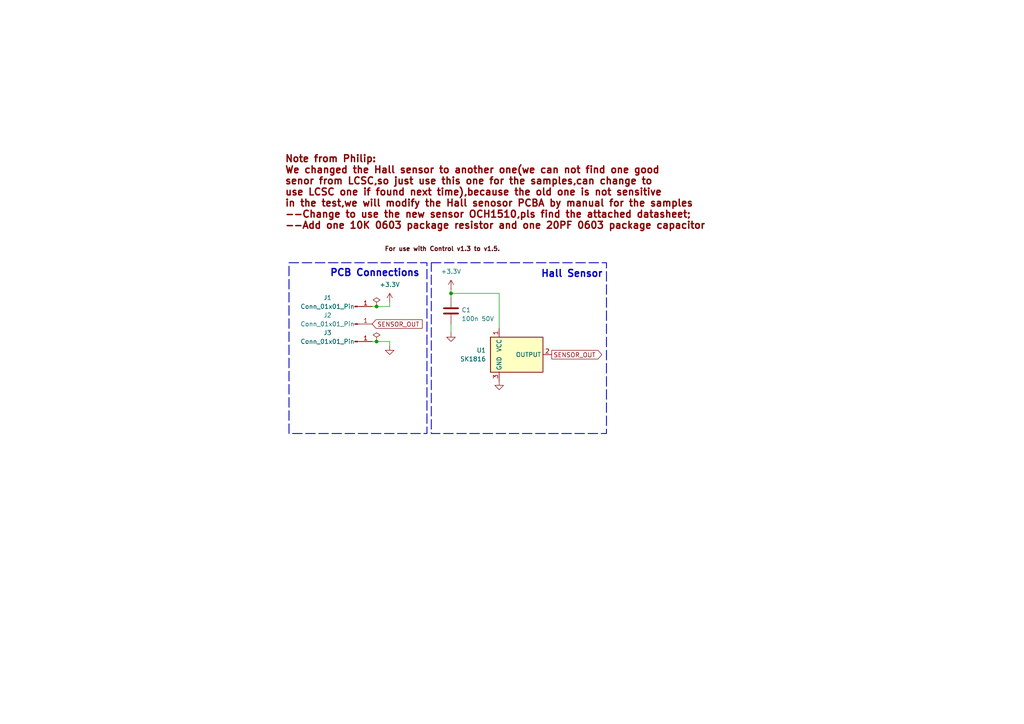
<source format=kicad_sch>
(kicad_sch (version 20231120) (generator "eeschema") (generator_version "8.0")
  (paper "A4")
  (lib_symbols
    (symbol "Connector:Conn_01x01_Pin" (pin_names (offset 1.016) hide)
      (property "Reference" "J" (at 0 2.54 0))
      (property "Value" "Conn_01x01_Pin" (at 0 -2.54 0))
      (symbol "Conn_01x01_Pin_1_1"
        (polyline (pts (xy 1.27 0) (xy 0.8636 0)) (stroke (width 0.1524)))
        (rectangle (start 0.8636 0.127) (end 0 -0.127) (stroke (width 0.1524)) (fill (type outline)))
        (pin passive line (at 5.08 0 180) (length 3.81) (name "Pin_1") (number "1"))
      )
    )
    (symbol "Device:C" (pin_numbers hide) (pin_names (offset 0.254))
      (property "Reference" "C" (at 0.635 2.54 0))
      (property "Value" "C" (at 0.635 -2.54 0))
      (symbol "C_0_1"
        (polyline (pts (xy -2.032 -0.762) (xy 2.032 -0.762)) (stroke (width 0.508)))
        (polyline (pts (xy -2.032 0.762) (xy 2.032 0.762)) (stroke (width 0.508)))
      )
      (symbol "C_1_1"
        (pin passive line (at 0 3.81 270) (length 2.794) (name "~") (number "1"))
        (pin passive line (at 0 -3.81 90) (length 2.794) (name "~") (number "2"))
      )
    )
    (symbol "Sensor_Magnetic:SM351LT"
      (property "Reference" "U" (at 5.08 8.89 0))
      (property "Value" "SM351LT" (at 2.54 6.35 0))
      (symbol "SM351LT_0_1"
        (rectangle (start 7.62 5.08) (end -7.62 -5.08) (stroke (width 0.254)) (fill (type background)))
      )
      (symbol "SM351LT_1_1"
        (pin power_in line (at -5.08 7.62 270) (length 2.54) (name "VCC") (number "1"))
        (pin output line (at 10.16 0 180) (length 2.54) (name "OUTPUT") (number "2"))
        (pin power_in line (at -5.08 -7.62 90) (length 2.54) (name "GND") (number "3"))
      )
    )
    (symbol "power:+3.3V" (power) (pin_numbers hide) (pin_names (offset 0) hide)
      (property "Value" "+3.3V" (at 0 3.556 0))
      (symbol "+3.3V_0_1"
        (polyline (pts (xy -0.762 1.27) (xy 0 2.54)))
        (polyline (pts (xy 0 0) (xy 0 2.54)))
        (polyline (pts (xy 0 2.54) (xy 0.762 1.27)))
      )
      (symbol "+3.3V_1_1"
        (pin power_in line (at 0 0 90) (length 0) (name "~") (number "1"))
      )
    )
    (symbol "power:GND" (power) (pin_numbers hide) (pin_names (offset 0) hide)
      (property "Value" "GND" (at 0 -3.81 0))
      (symbol "GND_0_1"
        (polyline (pts (xy 0 0) (xy 0 -1.27) (xy 1.27 -1.27) (xy 0 -2.54) (xy -1.27 -1.27) (xy 0 -1.27)))
      )
      (symbol "GND_1_1"
        (pin power_in line (at 0 0 270) (length 0) (name "~") (number "1"))
      )
    )
    (symbol "power:PWR_FLAG" (power) (pin_numbers hide) (pin_names (offset 0) hide)
      (property "Value" "PWR_FLAG" (at 0 3.81 0))
      (symbol "PWR_FLAG_0_0"
        (pin power_out line (at 0 0 90) (length 0) (name "~") (number "1"))
      )
      (symbol "PWR_FLAG_0_1"
        (polyline (pts (xy 0 0) (xy 0 1.27) (xy -1.016 1.905) (xy 0 2.54) (xy 1.016 1.905) (xy 0 1.27)))
      )
    )
  )
  (junction (at 109.22 88.9))
  (junction (at 130.81 85.09))
  (junction (at 109.22 99.06))
  (wire (pts (xy 130.81 83.82) (xy 130.81 85.09)))
  (wire (pts (xy 113.03 87.63) (xy 113.03 88.9)))
  (wire (pts (xy 113.03 99.06) (xy 109.22 99.06)))
  (wire (pts (xy 144.78 95.25) (xy 144.78 85.09)))
  (wire (pts (xy 113.03 99.06) (xy 113.03 100.33)))
  (wire (pts (xy 109.22 88.9) (xy 113.03 88.9)))
  (wire (pts (xy 107.95 88.9) (xy 109.22 88.9)))
  (wire (pts (xy 130.81 93.98) (xy 130.81 96.52)))
  (wire (pts (xy 130.81 85.09) (xy 130.81 86.36)))
  (wire (pts (xy 130.81 85.09) (xy 144.78 85.09)))
  (wire (pts (xy 109.22 99.06) (xy 107.95 99.06)))
  (rectangle (start 83.82 76.2) (end 123.825 125.73) (stroke (width 0.254) (type dash)))
  (rectangle (start 125.095 76.2) (end 175.895 125.73) (stroke (width 0.254) (type dash)))
  (text "PCB Connections" (at 108.712 79.248 0) (effects (font (size 2 2) (thickness 0.4) (bold yes))))
  (text "Hall Sensor" (at 165.862 79.502 0) (effects (font (size 2 2) (thickness 0.4) (bold yes))))
  (text "Note from Philip:\nWe changed the Hall sensor to another one(we can not find one good \nsenor from LCSC,so just use this one for the samples,can change to \nuse LCSC one if found next time),because the old one is not sensitive \nin the test,we will modify the Hall senosor PCBA by manual for the samples\n--Change to use the new sensor OCH1510,pls find the attached datasheet;\n--Add one 10K 0603 package resistor and one 20PF 0603 package capacitor" (at 82.55 55.88 0) (effects (font (size 2 2) (thickness 0.4) (bold yes)) (justify left)))
  (text "For use with Control v1.3 to v1.5." (at 111.506 71.628 0) (effects (font (size 1.27 1.27) (bold yes)) (justify left top)))
  (global_label "SENSOR_OUT" (shape output) (at 160.02 102.87 0) (property "Intersheetrefs" "${INTERSHEET_REFS}" (effects (hide yes))))
  (global_label "SENSOR_OUT" (shape input) (at 107.95 93.98 0) (property "Intersheetrefs" "${INTERSHEET_REFS}" (effects (hide yes))))
  (symbol (lib_id "power:+3.3V") (at 113.03 87.63 0) (unit 1)
    (property "Reference" "#PWR02" (effects (hide yes)))
    (property "Value" "+3.3V" (at 113.03 82.55 0))
    (property "Description" "Power symbol creates a global label with name \"+3.3V\"" (effects (hide yes)))
  )
  (symbol (lib_id "power:PWR_FLAG") (at 109.22 88.9 0) (unit 1)
    (property "Reference" "#FLG01" (effects (hide yes)))
    (property "Value" "PWR_FLAG" (effects (hide yes)))
    (property "Description" "Special symbol for telling ERC where power comes from" (effects (hide yes)))
  )
  (symbol (lib_id "power:GND") (at 130.81 96.52 0) (unit 1)
    (property "Reference" "#PWR03" (effects (hide yes)))
    (property "Value" "GND" (effects (hide yes)))
    (property "Description" "Power symbol creates a global label with name \"GND\" , ground" (effects (hide yes)))
  )
  (symbol (lib_id "power:GND") (at 113.03 100.33 0) (unit 1)
    (property "Reference" "#PWR04" (effects (hide yes)))
    (property "Value" "GND" (effects (hide yes)))
    (property "Description" "Power symbol creates a global label with name \"GND\" , ground" (effects (hide yes)))
  )
  (symbol (lib_id "Sensor_Magnetic:SM351LT") (at 149.86 102.87 0) (unit 1)
    (property "Reference" "U1" (at 140.97 101.6 0) (effects (justify right)))
    (property "Value" "SK1816" (at 140.97 104.14 0) (effects (justify right)))
    (property "Footprint" "Package_TO_SOT_SMD:SOT-23" (effects (hide yes)))
    (property "Datasheet" "https://jlcpcb.com/partdetail/utc_unisonic_tech-SK1816G_AE3R/C75517" (effects (hide yes)))
    (property "Description" "Hall Effect Switch, SOT-23" (effects (hide yes)))
    (property "JLCPCB P/N" "C75517" (effects (hide yes)))
  )
  (symbol (lib_id "power:GND") (at 144.78 110.49 0) (unit 1)
    (property "Reference" "#PWR05" (effects (hide yes)))
    (property "Value" "GND" (effects (hide yes)))
    (property "Description" "Power symbol creates a global label with name \"GND\" , ground" (effects (hide yes)))
  )
  (symbol (lib_id "Device:C") (at 130.81 90.17 0) (unit 1)
    (property "Reference" "C1" (at 133.858 89.916 0) (effects (justify left)))
    (property "Value" "100n 50V" (at 133.858 92.456 0) (effects (justify left)))
    (property "Footprint" "Capacitors:C603" (effects (hide yes)))
    (property "Description" "Unpolarized capacitor" (effects (hide yes)))
    (property "JLCPCB P/N" "C14663" (effects (hide yes)))
  )
  (symbol (lib_id "Connector:Conn_01x01_Pin") (at 102.87 88.9 0) (unit 1)
    (property "Reference" "J1" (at 94.996 86.36 0))
    (property "Value" "Conn_01x01_Pin" (at 94.996 88.9 0))
    (property "Footprint" "Connector_Wire:SolderWirePad_1x01_SMD_1x2mm" (effects (hide yes)))
    (property "Description" "Generic connector, single row, 01x01, script generated" (effects (hide yes)))
    (property "JLCPCB P/N" "DNP" (effects (hide yes)))
  )
  (symbol (lib_id "Connector:Conn_01x01_Pin") (at 102.87 99.06 0) (unit 1)
    (property "Reference" "J3" (at 94.996 96.52 0))
    (property "Value" "Conn_01x01_Pin" (at 94.996 99.06 0))
    (property "Footprint" "Connector_Wire:SolderWirePad_1x01_SMD_1x2mm" (effects (hide yes)))
    (property "Description" "Generic connector, single row, 01x01, script generated" (effects (hide yes)))
    (property "JLCPCB P/N" "DNP" (effects (hide yes)))
  )
  (symbol (lib_id "power:PWR_FLAG") (at 109.22 99.06 0) (unit 1)
    (property "Reference" "#FLG02" (effects (hide yes)))
    (property "Value" "PWR_FLAG" (effects (hide yes)))
    (property "Description" "Special symbol for telling ERC where power comes from" (effects (hide yes)))
  )
  (symbol (lib_id "power:+3.3V") (at 130.81 83.82 0) (unit 1)
    (property "Reference" "#PWR01" (effects (hide yes)))
    (property "Value" "+3.3V" (at 130.81 78.74 0))
    (property "Description" "Power symbol creates a global label with name \"+3.3V\"" (effects (hide yes)))
  )
  (symbol (lib_id "Connector:Conn_01x01_Pin") (at 102.87 93.98 0) (unit 1)
    (property "Reference" "J2" (at 94.996 91.44 0))
    (property "Value" "Conn_01x01_Pin" (at 94.996 93.98 0))
    (property "Footprint" "Connector_Wire:SolderWirePad_1x01_SMD_1x2mm" (effects (hide yes)))
    (property "Description" "Generic connector, single row, 01x01, script generated" (effects (hide yes)))
    (property "JLCPCB P/N" "DNP" (effects (hide yes)))
  )
)
</source>
